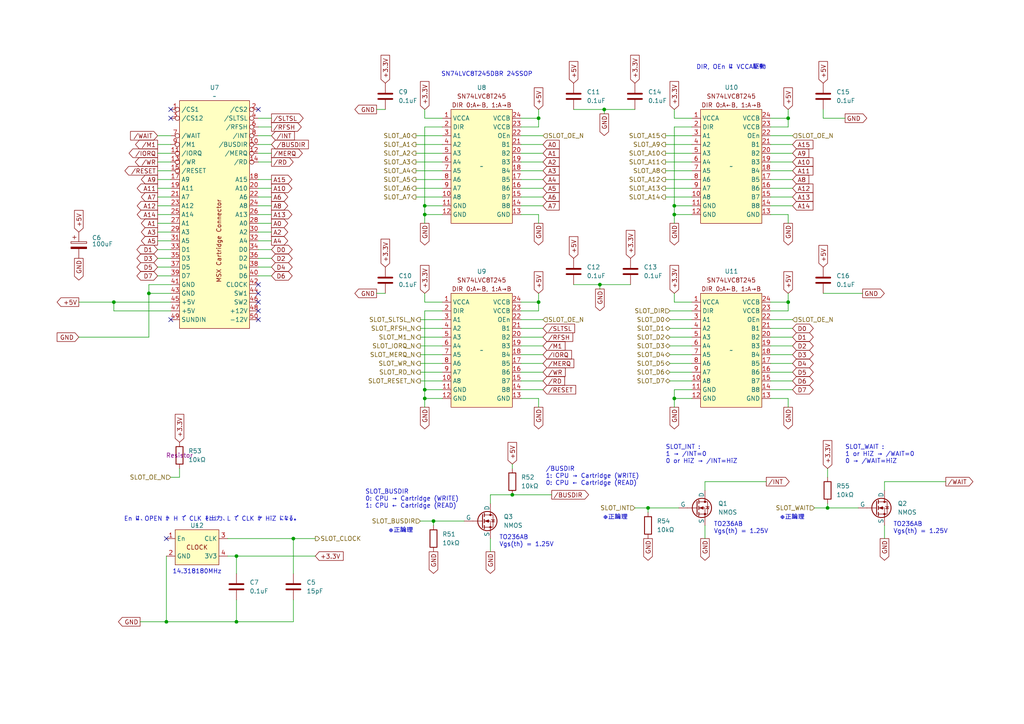
<source format=kicad_sch>
(kicad_sch (version 20250114) (generator "eeschema") (generator_version "9.0")
  (paper "A4")
  (lib_symbols
    (symbol "Device:C" (pin_numbers (hide yes)) (pin_names (offset 0.254))
      (property "Reference" "C" (at 0.635 2.54 0))
      (property "Value" "C" (at 0.635 -2.54 0))
      (symbol "C_0_1"
        (polyline (pts (xy -2.032 0.762) (xy 2.032 0.762)) (stroke (width 0.508)))
        (polyline (pts (xy -2.032 -0.762) (xy 2.032 -0.762)) (stroke (width 0.508)))
      )
      (symbol "C_1_1"
        (pin passive line (at 0 3.81 270) (length 2.794) (name "~") (number "1"))
        (pin passive line (at 0 -3.81 90) (length 2.794) (name "~") (number "2"))
      )
    )
    (symbol "Device:C_Polarized" (pin_numbers (hide yes)) (pin_names (offset 0.254))
      (property "Reference" "C" (at 0.635 2.54 0))
      (property "Value" "C_Polarized" (at 0.635 -2.54 0))
      (symbol "C_Polarized_0_1"
        (rectangle (start -2.286 0.508) (end 2.286 1.016))
        (polyline (pts (xy -1.778 2.286) (xy -0.762 2.286)))
        (polyline (pts (xy -1.27 2.794) (xy -1.27 1.778)))
        (rectangle (start 2.286 -0.508) (end -2.286 -1.016) (fill (type outline)))
      )
      (symbol "C_Polarized_1_1"
        (pin passive line (at 0 3.81 270) (length 2.794) (name "~") (number "1"))
        (pin passive line (at 0 -3.81 90) (length 2.794) (name "~") (number "2"))
      )
    )
    (symbol "Device:R" (pin_numbers (hide yes)) (pin_names (offset 0))
      (property "Reference" "R" (at 2.032 0 90))
      (property "Value" "R" (at 0 0 90))
      (symbol "R_0_1"
        (rectangle (start -1.016 -2.54) (end 1.016 2.54) (stroke (width 0.254)))
      )
      (symbol "R_1_1"
        (pin passive line (at 0 3.81 270) (length 1.27) (name "~") (number "1"))
        (pin passive line (at 0 -3.81 90) (length 1.27) (name "~") (number "2"))
      )
    )
    (symbol "My_Symbols:74LVC8T245"
      (property "Reference" "U" (at 0 0 0))
      (symbol "74LVC8T245_1_1"
        (rectangle (start -8.89 16.51) (end 8.89 -16.51) (fill (type background)))
        (text "SN74LVC8T245" (at 0 20.32 0) (effects (font (size 1.27 1.27))))
        (text "DIR 0:A←B, 1:A→B" (at 0 17.78 0) (effects (font (size 1.27 1.27))))
        (pin power_in line (at -11.43 13.97 0) (length 2.54) (name "VCCA") (number "1"))
        (pin input line (at -11.43 11.43 0) (length 2.54) (name "DIR") (number "2"))
        (pin bidirectional line (at -11.43 8.89 0) (length 2.54) (name "A1") (number "3"))
        (pin bidirectional line (at -11.43 6.35 0) (length 2.54) (name "A2") (number "4"))
        (pin bidirectional line (at -11.43 3.81 0) (length 2.54) (name "A3") (number "5"))
        (pin bidirectional line (at -11.43 1.27 0) (length 2.54) (name "A4") (number "6"))
        (pin bidirectional line (at -11.43 -1.27 0) (length 2.54) (name "A5") (number "7"))
        (pin bidirectional line (at -11.43 -3.81 0) (length 2.54) (name "A6") (number "8"))
        (pin bidirectional line (at -11.43 -6.35 0) (length 2.54) (name "A7") (number "9"))
        (pin bidirectional line (at -11.43 -8.89 0) (length 2.54) (name "A8") (number "10"))
        (pin power_in line (at -11.43 -11.43 0) (length 2.54) (name "GND") (number "11"))
        (pin power_in line (at -11.43 -13.97 0) (length 2.54) (name "GND") (number "12"))
        (pin power_in line (at 11.43 13.97 180) (length 2.54) (name "VCCB") (number "24"))
        (pin power_in line (at 11.43 11.43 180) (length 2.54) (name "VCCB") (number "23"))
        (pin bidirectional line (at 11.43 8.89 180) (length 2.54) (name "OEn") (number "22"))
        (pin bidirectional line (at 11.43 6.35 180) (length 2.54) (name "B1") (number "21"))
        (pin bidirectional line (at 11.43 3.81 180) (length 2.54) (name "B2") (number "20"))
        (pin bidirectional line (at 11.43 1.27 180) (length 2.54) (name "B3") (number "19"))
        (pin bidirectional line (at 11.43 -1.27 180) (length 2.54) (name "B4") (number "18"))
        (pin bidirectional line (at 11.43 -3.81 180) (length 2.54) (name "B5") (number "17"))
        (pin bidirectional line (at 11.43 -6.35 180) (length 2.54) (name "B6") (number "16"))
        (pin bidirectional line (at 11.43 -8.89 180) (length 2.54) (name "B7") (number "15"))
        (pin bidirectional line (at 11.43 -11.43 180) (length 2.54) (name "B8") (number "14"))
        (pin power_in line (at 11.43 -13.97 180) (length 2.54) (name "GND") (number "13"))
      )
    )
    (symbol "My_Symbols:CLOCK"
      (property "Reference" "U" (at 0 6.858 0))
      (symbol "CLOCK_1_1"
        (rectangle (start -6.35 5.08) (end 6.35 -5.08) (fill (type background)))
        (text "CLOCK" (at 0 0 0) (effects (font (size 1.27 1.27))))
        (pin input line (at -8.89 2.54 0) (length 2.54) (name "En") (number "1"))
        (pin power_in line (at -8.89 -2.54 0) (length 2.54) (name "GND") (number "2"))
        (pin output line (at 8.89 2.54 180) (length 2.54) (name "CLK") (number "3"))
        (pin power_in line (at 8.89 -2.54 180) (length 2.54) (name "3V3") (number "4"))
      )
    )
    (symbol "My_Symbols:MSX_Cartridge"
      (property "Reference" "U" (at 0 0 0))
      (symbol "MSX_Cartridge_1_1"
        (rectangle (start -11.43 21.59) (end 8.89 -44.45) (fill (type background)))
        (text "MSX Cartridge Connector" (at 0 -19.05 900) (effects (font (size 1.27 1.27))))
        (pin output inverted (at -13.97 19.05 0) (length 2.54) (name "/CS1") (number "1"))
        (pin output inverted (at -13.97 16.51 0) (length 2.54) (name "/CS12") (number "3"))
        (pin open_collector inverted (at -13.97 11.43 0) (length 2.54) (name "/WAIT") (number "7"))
        (pin output inverted (at -13.97 8.89 0) (length 2.54) (name "/M1") (number "9"))
        (pin output inverted (at -13.97 6.35 0) (length 2.54) (name "/IORQ") (number "11"))
        (pin output inverted (at -13.97 3.81 0) (length 2.54) (name "/WR") (number "13"))
        (pin output inverted (at -13.97 1.27 0) (length 2.54) (name "/RESET") (number "15"))
        (pin output line (at -13.97 -1.27 0) (length 2.54) (name "A9") (number "17"))
        (pin output line (at -13.97 -3.81 0) (length 2.54) (name "A11") (number "19"))
        (pin output line (at -13.97 -6.35 0) (length 2.54) (name "A7") (number "21"))
        (pin output line (at -13.97 -8.89 0) (length 2.54) (name "A12") (number "23"))
        (pin output line (at -13.97 -11.43 0) (length 2.54) (name "A14") (number "25"))
        (pin output line (at -13.97 -13.97 0) (length 2.54) (name "A1") (number "27"))
        (pin output line (at -13.97 -16.51 0) (length 2.54) (name "A3") (number "29"))
        (pin output line (at -13.97 -19.05 0) (length 2.54) (name "A5") (number "31"))
        (pin tri_state line (at -13.97 -21.59 0) (length 2.54) (name "D1") (number "33"))
        (pin tri_state line (at -13.97 -24.13 0) (length 2.54) (name "D3") (number "35"))
        (pin tri_state line (at -13.97 -26.67 0) (length 2.54) (name "D5") (number "37"))
        (pin tri_state line (at -13.97 -29.21 0) (length 2.54) (name "D7") (number "39"))
        (pin power_in line (at -13.97 -31.75 0) (length 2.54) (name "GND") (number "41"))
        (pin power_out line (at -13.97 -34.29 0) (length 2.54) (name "GND") (number "43"))
        (pin power_in line (at -13.97 -36.83 0) (length 2.54) (name "+5V") (number "45"))
        (pin power_out line (at -13.97 -39.37 0) (length 2.54) (name "+5V") (number "47"))
        (pin input line (at -13.97 -41.91 0) (length 2.54) (name "SUNDIN") (number "49"))
        (pin output inverted (at 11.43 19.05 180) (length 2.54) (name "/CS2") (number "2"))
        (pin output inverted (at 11.43 16.51 180) (length 2.54) (name "/SLTSL") (number "4"))
        (pin output inverted (at 11.43 13.97 180) (length 2.54) (name "/RFSH") (number "6"))
        (pin open_collector inverted (at 11.43 11.43 180) (length 2.54) (name "/INT") (number "8"))
        (pin input inverted (at 11.43 8.89 180) (length 2.54) (name "/BUSDIR") (number "10"))
        (pin output inverted (at 11.43 6.35 180) (length 2.54) (name "/MERQ") (number "12"))
        (pin output inverted (at 11.43 3.81 180) (length 2.54) (name "/RD") (number "14"))
        (pin output line (at 11.43 -1.27 180) (length 2.54) (name "A15") (number "18"))
        (pin output line (at 11.43 -3.81 180) (length 2.54) (name "A10") (number "20"))
        (pin output line (at 11.43 -6.35 180) (length 2.54) (name "A6") (number "22"))
        (pin output line (at 11.43 -8.89 180) (length 2.54) (name "A8") (number "24"))
        (pin output line (at 11.43 -11.43 180) (length 2.54) (name "A13") (number "26"))
        (pin output line (at 11.43 -13.97 180) (length 2.54) (name "A0") (number "28"))
        (pin output line (at 11.43 -16.51 180) (length 2.54) (name "A2") (number "30"))
        (pin output line (at 11.43 -19.05 180) (length 2.54) (name "A4") (number "32"))
        (pin tri_state line (at 11.43 -21.59 180) (length 2.54) (name "D0") (number "34"))
        (pin tri_state line (at 11.43 -24.13 180) (length 2.54) (name "D2") (number "36"))
        (pin tri_state line (at 11.43 -26.67 180) (length 2.54) (name "D4") (number "38"))
        (pin tri_state line (at 11.43 -29.21 180) (length 2.54) (name "D6") (number "40"))
        (pin output line (at 11.43 -31.75 180) (length 2.54) (name "CLOCK") (number "42"))
        (pin bidirectional line (at 11.43 -34.29 180) (length 2.54) (name "SW1") (number "44"))
        (pin bidirectional line (at 11.43 -36.83 180) (length 2.54) (name "SW2") (number "46"))
        (pin power_out line (at 11.43 -39.37 180) (length 2.54) (name "+12V") (number "48"))
        (pin power_out line (at 11.43 -41.91 180) (length 2.54) (name "-12V") (number "50"))
      )
    )
    (symbol "Simulation_SPICE:NMOS" (pin_numbers (hide yes)) (pin_names (offset 0))
      (property "Reference" "Q" (at 5.08 1.27 0))
      (property "Value" "NMOS" (at 5.08 -1.27 0))
      (symbol "NMOS_0_1"
        (polyline (pts (xy 0.254 1.905) (xy 0.254 -1.905)) (stroke (width 0.254)))
        (polyline (pts (xy 0.254 0) (xy -2.54 0)))
        (polyline (pts (xy 0.762 2.286) (xy 0.762 1.27)) (stroke (width 0.254)))
        (polyline (pts (xy 0.762 0.508) (xy 0.762 -0.508)) (stroke (width 0.254)))
        (polyline (pts (xy 0.762 -1.27) (xy 0.762 -2.286)) (stroke (width 0.254)))
        (polyline (pts (xy 0.762 -1.778) (xy 3.302 -1.778) (xy 3.302 1.778) (xy 0.762 1.778)))
        (polyline (pts (xy 1.016 0) (xy 2.032 0.381) (xy 2.032 -0.381) (xy 1.016 0)) (fill (type outline)))
        (circle (center 1.651 0) (radius 2.794) (stroke (width 0.254)))
        (polyline (pts (xy 2.54 2.54) (xy 2.54 1.778)))
        (circle (center 2.54 1.778) (radius 0.254) (fill (type outline)))
        (circle (center 2.54 -1.778) (radius 0.254) (fill (type outline)))
        (polyline (pts (xy 2.54 -2.54) (xy 2.54 0) (xy 0.762 0)))
        (polyline (pts (xy 2.794 0.508) (xy 2.921 0.381) (xy 3.683 0.381) (xy 3.81 0.254)))
        (polyline (pts (xy 3.302 0.381) (xy 2.921 -0.254) (xy 3.683 -0.254) (xy 3.302 0.381)))
      )
      (symbol "NMOS_1_1"
        (pin input line (at -5.08 0 0) (length 2.54) (name "G") (number "2"))
        (pin passive line (at 2.54 5.08 270) (length 2.54) (name "D") (number "1"))
        (pin passive line (at 2.54 -5.08 90) (length 2.54) (name "S") (number "3"))
      )
    )
  )
  (text "/BUSDIR\n1: CPU → Cartridge (WRITE)\n0: CPU ← Cartridge (READ)" (at 158.242 140.97 0) (effects (font (size 1.27 1.27)) (justify left bottom)))
  (text "14.318180MHz" (at 57.15 165.862 0) (effects (font (size 1.27 1.27))))
  (text "※正論理" (at 226.06 150.876 0) (effects (font (size 1.27 1.27)) (justify left bottom)))
  (text "En は、OPEN か H で CLK を出力、L で CLK が HiZ になる。" (at 61.214 150.622 0) (effects (font (size 1.27 1.27))))
  (text "DIR, OEn は VCCA駆動" (at 201.93 20.32 0) (effects (font (size 1.27 1.27)) (justify left bottom)))
  (text "TO236AB\nVgs(th) = 1.25V" (at 259.08 154.94 0) (effects (font (size 1.27 1.27)) (justify left bottom)))
  (text "※正論理" (at 174.752 150.876 0) (effects (font (size 1.27 1.27)) (justify left bottom)))
  (text "SLOT_WAIT : \n1 or HiZ → /WAIT=0\n0 → /WAIT=HiZ\n" (at 245.11 134.62 0) (effects (font (size 1.27 1.27)) (justify left bottom)))
  (text "TO236AB\nVgs(th) = 1.25V" (at 144.78 158.75 0) (effects (font (size 1.27 1.27)) (justify left bottom)))
  (text "SLOT_BUSDIR\n0: CPU → Cartridge (WRITE)\n1: CPU ← Cartridge (READ)" (at 105.918 147.574 0) (effects (font (size 1.27 1.27)) (justify left bottom)))
  (text "SLOT_INT : \n1 → /INT=0\n0 or HiZ → /INT=HiZ\n" (at 193.04 134.62 0) (effects (font (size 1.27 1.27)) (justify left bottom)))
  (text "※正論理" (at 112.522 154.686 0) (effects (font (size 1.27 1.27)) (justify left bottom)))
  (text "SN74LVC8T245DBR 24SSOP" (at 141.224 21.59 0) (effects (font (size 1.27 1.27))))
  (text "TO236AB\nVgs(th) = 1.25V" (at 207.01 154.94 0) (effects (font (size 1.27 1.27)) (justify left bottom)))
  (junction (at 175.26 31.75))
  (junction (at 48.26 180.34))
  (junction (at 195.58 115.57))
  (junction (at 156.21 34.29))
  (junction (at 43.18 85.09))
  (junction (at 173.99 82.55))
  (junction (at 125.73 151.13))
  (junction (at 33.02 87.63))
  (junction (at 240.03 147.32))
  (junction (at 123.19 59.69))
  (junction (at 123.19 62.23))
  (junction (at 195.58 59.69))
  (junction (at 156.21 87.63))
  (junction (at 123.19 115.57))
  (junction (at 123.19 113.03))
  (junction (at 195.58 62.23))
  (junction (at 187.96 147.32))
  (junction (at 228.6 87.63))
  (junction (at 228.6 34.29))
  (junction (at 68.58 161.29))
  (junction (at 85.09 156.21))
  (junction (at 68.58 180.34))
  (junction (at 148.59 143.51))
  (no_connect (at 74.93 92.71))
  (no_connect (at 49.53 31.75))
  (no_connect (at 49.53 92.71))
  (no_connect (at 49.53 34.29))
  (no_connect (at 74.93 85.09))
  (no_connect (at 74.93 87.63))
  (no_connect (at 74.93 90.17))
  (no_connect (at 74.93 82.55))
  (no_connect (at 48.26 156.21))
  (no_connect (at 74.93 31.75))
  (wire (pts (xy 200.66 87.63) (xy 195.58 87.63)))
  (wire (pts (xy 157.48 92.71) (xy 151.13 92.71)))
  (wire (pts (xy 195.58 36.83) (xy 195.58 59.69)))
  (wire (pts (xy 78.74 54.61) (xy 74.93 54.61)))
  (wire (pts (xy 229.87 57.15) (xy 223.52 57.15)))
  (wire (pts (xy 45.72 46.99) (xy 49.53 46.99)))
  (wire (pts (xy 148.59 143.51) (xy 142.24 143.51)))
  (wire (pts (xy 223.52 62.23) (xy 228.6 62.23)))
  (wire (pts (xy 228.6 36.83) (xy 228.6 34.29)))
  (wire (pts (xy 125.73 151.13) (xy 134.62 151.13)))
  (wire (pts (xy 229.87 105.41) (xy 223.52 105.41)))
  (wire (pts (xy 238.76 31.75) (xy 238.76 34.29)))
  (wire (pts (xy 68.58 161.29) (xy 66.04 161.29)))
  (wire (pts (xy 193.04 49.53) (xy 200.66 49.53)))
  (wire (pts (xy 229.87 44.45) (xy 223.52 44.45)))
  (wire (pts (xy 68.58 180.34) (xy 85.09 180.34)))
  (wire (pts (xy 109.22 31.75) (xy 111.76 31.75)))
  (wire (pts (xy 157.48 105.41) (xy 151.13 105.41)))
  (wire (pts (xy 175.26 31.75) (xy 175.26 33.02)))
  (wire (pts (xy 157.48 44.45) (xy 151.13 44.45)))
  (wire (pts (xy 204.47 156.21) (xy 204.47 152.4)))
  (wire (pts (xy 123.19 59.69) (xy 123.19 62.23)))
  (wire (pts (xy 194.31 102.87) (xy 200.66 102.87)))
  (wire (pts (xy 228.6 115.57) (xy 228.6 118.11)))
  (wire (pts (xy 128.27 87.63) (xy 123.19 87.63)))
  (wire (pts (xy 78.74 36.83) (xy 74.93 36.83)))
  (wire (pts (xy 157.48 102.87) (xy 151.13 102.87)))
  (wire (pts (xy 45.72 59.69) (xy 49.53 59.69)))
  (wire (pts (xy 229.87 46.99) (xy 223.52 46.99)))
  (wire (pts (xy 228.6 62.23) (xy 228.6 64.77)))
  (wire (pts (xy 121.92 102.87) (xy 128.27 102.87)))
  (wire (pts (xy 160.02 143.51) (xy 148.59 143.51)))
  (wire (pts (xy 78.74 72.39) (xy 74.93 72.39)))
  (wire (pts (xy 200.66 36.83) (xy 195.58 36.83)))
  (wire (pts (xy 121.92 110.49) (xy 128.27 110.49)))
  (wire (pts (xy 148.59 135.89) (xy 148.59 134.62)))
  (wire (pts (xy 78.74 34.29) (xy 74.93 34.29)))
  (wire (pts (xy 151.13 34.29) (xy 156.21 34.29)))
  (wire (pts (xy 78.74 46.99) (xy 74.93 46.99)))
  (wire (pts (xy 33.02 90.17) (xy 33.02 87.63)))
  (wire (pts (xy 250.19 85.09) (xy 238.76 85.09)))
  (wire (pts (xy 157.48 41.91) (xy 151.13 41.91)))
  (wire (pts (xy 48.26 161.29) (xy 48.26 180.34)))
  (wire (pts (xy 157.48 39.37) (xy 151.13 39.37)))
  (wire (pts (xy 228.6 87.63) (xy 228.6 85.09)))
  (wire (pts (xy 156.21 34.29) (xy 156.21 31.75)))
  (wire (pts (xy 223.52 87.63) (xy 228.6 87.63)))
  (wire (pts (xy 66.04 156.21) (xy 85.09 156.21)))
  (wire (pts (xy 256.54 156.21) (xy 256.54 152.4)))
  (wire (pts (xy 78.74 62.23) (xy 74.93 62.23)))
  (wire (pts (xy 223.52 36.83) (xy 228.6 36.83)))
  (wire (pts (xy 22.86 97.79) (xy 43.18 97.79)))
  (wire (pts (xy 157.48 59.69) (xy 151.13 59.69)))
  (wire (pts (xy 151.13 87.63) (xy 156.21 87.63)))
  (wire (pts (xy 45.72 54.61) (xy 49.53 54.61)))
  (wire (pts (xy 40.64 180.34) (xy 48.26 180.34)))
  (wire (pts (xy 157.48 100.33) (xy 151.13 100.33)))
  (wire (pts (xy 78.74 77.47) (xy 74.93 77.47)))
  (wire (pts (xy 193.04 41.91) (xy 200.66 41.91)))
  (wire (pts (xy 45.72 80.01) (xy 49.53 80.01)))
  (wire (pts (xy 229.87 95.25) (xy 223.52 95.25)))
  (wire (pts (xy 173.99 83.82) (xy 173.99 82.55)))
  (wire (pts (xy 52.07 135.89) (xy 52.07 138.43)))
  (wire (pts (xy 120.65 49.53) (xy 128.27 49.53)))
  (wire (pts (xy 195.58 115.57) (xy 195.58 118.11)))
  (wire (pts (xy 91.44 156.21) (xy 85.09 156.21)))
  (wire (pts (xy 187.96 147.32) (xy 196.85 147.32)))
  (wire (pts (xy 222.25 139.7) (xy 204.47 139.7)))
  (wire (pts (xy 229.87 52.07) (xy 223.52 52.07)))
  (wire (pts (xy 194.31 92.71) (xy 200.66 92.71)))
  (wire (pts (xy 121.92 95.25) (xy 128.27 95.25)))
  (wire (pts (xy 128.27 59.69) (xy 123.19 59.69)))
  (wire (pts (xy 120.65 39.37) (xy 128.27 39.37)))
  (wire (pts (xy 128.27 113.03) (xy 123.19 113.03)))
  (wire (pts (xy 195.58 115.57) (xy 200.66 115.57)))
  (wire (pts (xy 193.04 54.61) (xy 200.66 54.61)))
  (wire (pts (xy 274.32 139.7) (xy 256.54 139.7)))
  (wire (pts (xy 236.22 147.32) (xy 240.03 147.32)))
  (wire (pts (xy 195.58 34.29) (xy 195.58 31.75)))
  (wire (pts (xy 142.24 143.51) (xy 142.24 146.05)))
  (wire (pts (xy 120.65 41.91) (xy 128.27 41.91)))
  (wire (pts (xy 157.48 107.95) (xy 151.13 107.95)))
  (wire (pts (xy 43.18 85.09) (xy 49.53 85.09)))
  (wire (pts (xy 166.37 82.55) (xy 173.99 82.55)))
  (wire (pts (xy 49.53 138.43) (xy 52.07 138.43)))
  (wire (pts (xy 123.19 115.57) (xy 128.27 115.57)))
  (wire (pts (xy 229.87 41.91) (xy 223.52 41.91)))
  (wire (pts (xy 78.74 59.69) (xy 74.93 59.69)))
  (wire (pts (xy 229.87 39.37) (xy 223.52 39.37)))
  (wire (pts (xy 173.99 82.55) (xy 182.88 82.55)))
  (wire (pts (xy 175.26 31.75) (xy 184.15 31.75)))
  (wire (pts (xy 45.72 77.47) (xy 49.53 77.47)))
  (wire (pts (xy 45.72 52.07) (xy 49.53 52.07)))
  (wire (pts (xy 193.04 46.99) (xy 200.66 46.99)))
  (wire (pts (xy 78.74 74.93) (xy 74.93 74.93)))
  (wire (pts (xy 184.15 147.32) (xy 187.96 147.32)))
  (wire (pts (xy 120.65 57.15) (xy 128.27 57.15)))
  (wire (pts (xy 123.19 62.23) (xy 128.27 62.23)))
  (wire (pts (xy 78.74 57.15) (xy 74.93 57.15)))
  (wire (pts (xy 156.21 62.23) (xy 156.21 64.77)))
  (wire (pts (xy 193.04 57.15) (xy 200.66 57.15)))
  (wire (pts (xy 157.48 110.49) (xy 151.13 110.49)))
  (wire (pts (xy 68.58 161.29) (xy 68.58 166.37)))
  (wire (pts (xy 195.58 62.23) (xy 195.58 64.77)))
  (wire (pts (xy 229.87 102.87) (xy 223.52 102.87)))
  (wire (pts (xy 120.65 44.45) (xy 128.27 44.45)))
  (wire (pts (xy 156.21 115.57) (xy 156.21 118.11)))
  (wire (pts (xy 123.19 90.17) (xy 123.19 113.03)))
  (wire (pts (xy 195.58 62.23) (xy 200.66 62.23)))
  (wire (pts (xy 194.31 97.79) (xy 200.66 97.79)))
  (wire (pts (xy 193.04 52.07) (xy 200.66 52.07)))
  (wire (pts (xy 121.92 100.33) (xy 128.27 100.33)))
  (wire (pts (xy 194.31 95.25) (xy 200.66 95.25)))
  (wire (pts (xy 195.58 87.63) (xy 195.58 85.09)))
  (wire (pts (xy 128.27 36.83) (xy 123.19 36.83)))
  (wire (pts (xy 228.6 90.17) (xy 228.6 87.63)))
  (wire (pts (xy 121.92 92.71) (xy 128.27 92.71)))
  (wire (pts (xy 229.87 100.33) (xy 223.52 100.33)))
  (wire (pts (xy 195.58 113.03) (xy 195.58 115.57)))
  (wire (pts (xy 157.48 97.79) (xy 151.13 97.79)))
  (wire (pts (xy 223.52 34.29) (xy 228.6 34.29)))
  (wire (pts (xy 229.87 107.95) (xy 223.52 107.95)))
  (wire (pts (xy 78.74 64.77) (xy 74.93 64.77)))
  (wire (pts (xy 45.72 62.23) (xy 49.53 62.23)))
  (wire (pts (xy 45.72 64.77) (xy 49.53 64.77)))
  (wire (pts (xy 120.65 46.99) (xy 128.27 46.99)))
  (wire (pts (xy 45.72 57.15) (xy 49.53 57.15)))
  (wire (pts (xy 49.53 90.17) (xy 33.02 90.17)))
  (wire (pts (xy 78.74 67.31) (xy 74.93 67.31)))
  (wire (pts (xy 229.87 59.69) (xy 223.52 59.69)))
  (wire (pts (xy 121.92 151.13) (xy 125.73 151.13)))
  (wire (pts (xy 238.76 34.29) (xy 245.11 34.29)))
  (wire (pts (xy 78.74 41.91) (xy 74.93 41.91)))
  (wire (pts (xy 195.58 59.69) (xy 195.58 62.23)))
  (wire (pts (xy 33.02 87.63) (xy 49.53 87.63)))
  (wire (pts (xy 156.21 36.83) (xy 156.21 34.29)))
  (wire (pts (xy 151.13 62.23) (xy 156.21 62.23)))
  (wire (pts (xy 123.19 87.63) (xy 123.19 85.09)))
  (wire (pts (xy 157.48 46.99) (xy 151.13 46.99)))
  (wire (pts (xy 22.86 87.63) (xy 33.02 87.63)))
  (wire (pts (xy 43.18 82.55) (xy 43.18 85.09)))
  (wire (pts (xy 78.74 80.01) (xy 74.93 80.01)))
  (wire (pts (xy 229.87 54.61) (xy 223.52 54.61)))
  (wire (pts (xy 45.72 67.31) (xy 49.53 67.31)))
  (wire (pts (xy 109.22 85.09) (xy 111.76 85.09)))
  (wire (pts (xy 85.09 173.99) (xy 85.09 180.34)))
  (wire (pts (xy 229.87 97.79) (xy 223.52 97.79)))
  (wire (pts (xy 45.72 39.37) (xy 49.53 39.37)))
  (wire (pts (xy 223.52 115.57) (xy 228.6 115.57)))
  (wire (pts (xy 157.48 49.53) (xy 151.13 49.53)))
  (wire (pts (xy 78.74 69.85) (xy 74.93 69.85)))
  (wire (pts (xy 194.31 107.95) (xy 200.66 107.95)))
  (wire (pts (xy 121.92 107.95) (xy 128.27 107.95)))
  (wire (pts (xy 193.04 44.45) (xy 200.66 44.45)))
  (wire (pts (xy 45.72 69.85) (xy 49.53 69.85)))
  (wire (pts (xy 194.31 100.33) (xy 200.66 100.33)))
  (wire (pts (xy 200.66 90.17) (xy 194.31 90.17)))
  (wire (pts (xy 78.74 44.45) (xy 74.93 44.45)))
  (wire (pts (xy 157.48 54.61) (xy 151.13 54.61)))
  (wire (pts (xy 43.18 82.55) (xy 49.53 82.55)))
  (wire (pts (xy 240.03 147.32) (xy 240.03 146.05)))
  (wire (pts (xy 123.19 62.23) (xy 123.19 64.77)))
  (wire (pts (xy 157.48 57.15) (xy 151.13 57.15)))
  (wire (pts (xy 194.31 110.49) (xy 200.66 110.49)))
  (wire (pts (xy 157.48 52.07) (xy 151.13 52.07)))
  (wire (pts (xy 151.13 115.57) (xy 156.21 115.57)))
  (wire (pts (xy 48.26 180.34) (xy 68.58 180.34)))
  (wire (pts (xy 156.21 90.17) (xy 156.21 87.63)))
  (wire (pts (xy 128.27 34.29) (xy 123.19 34.29)))
  (wire (pts (xy 78.74 39.37) (xy 74.93 39.37)))
  (wire (pts (xy 240.03 135.89) (xy 240.03 138.43)))
  (wire (pts (xy 157.48 95.25) (xy 151.13 95.25)))
  (wire (pts (xy 200.66 59.69) (xy 195.58 59.69)))
  (wire (pts (xy 229.87 49.53) (xy 223.52 49.53)))
  (wire (pts (xy 193.04 39.37) (xy 200.66 39.37)))
  (wire (pts (xy 45.72 74.93) (xy 49.53 74.93)))
  (wire (pts (xy 125.73 151.13) (xy 125.73 152.4)))
  (wire (pts (xy 45.72 72.39) (xy 49.53 72.39)))
  (wire (pts (xy 120.65 54.61) (xy 128.27 54.61)))
  (wire (pts (xy 91.44 161.29) (xy 68.58 161.29)))
  (wire (pts (xy 128.27 90.17) (xy 123.19 90.17)))
  (wire (pts (xy 223.52 90.17) (xy 228.6 90.17)))
  (wire (pts (xy 142.24 160.02) (xy 142.24 156.21)))
  (wire (pts (xy 157.48 113.03) (xy 151.13 113.03)))
  (wire (pts (xy 85.09 156.21) (xy 85.09 166.37)))
  (wire (pts (xy 229.87 113.03) (xy 223.52 113.03)))
  (wire (pts (xy 121.92 97.79) (xy 128.27 97.79)))
  (wire (pts (xy 45.72 41.91) (xy 49.53 41.91)))
  (wire (pts (xy 256.54 139.7) (xy 256.54 142.24)))
  (wire (pts (xy 68.58 173.99) (xy 68.58 180.34)))
  (wire (pts (xy 229.87 92.71) (xy 223.52 92.71)))
  (wire (pts (xy 45.72 44.45) (xy 49.53 44.45)))
  (wire (pts (xy 123.19 36.83) (xy 123.19 59.69)))
  (wire (pts (xy 151.13 90.17) (xy 156.21 90.17)))
  (wire (pts (xy 166.37 31.75) (xy 175.26 31.75)))
  (wire (pts (xy 78.74 52.07) (xy 74.93 52.07)))
  (wire (pts (xy 228.6 34.29) (xy 228.6 31.75)))
  (wire (pts (xy 204.47 139.7) (xy 204.47 142.24)))
  (wire (pts (xy 151.13 36.83) (xy 156.21 36.83)))
  (wire (pts (xy 120.65 52.07) (xy 128.27 52.07)))
  (wire (pts (xy 45.72 49.53) (xy 49.53 49.53)))
  (wire (pts (xy 200.66 113.03) (xy 195.58 113.03)))
  (wire (pts (xy 229.87 110.49) (xy 223.52 110.49)))
  (wire (pts (xy 123.19 115.57) (xy 123.19 118.11)))
  (wire (pts (xy 156.21 87.63) (xy 156.21 85.09)))
  (wire (pts (xy 187.96 147.32) (xy 187.96 148.59)))
  (wire (pts (xy 200.66 34.29) (xy 195.58 34.29)))
  (wire (pts (xy 123.19 113.03) (xy 123.19 115.57)))
  (wire (pts (xy 43.18 85.09) (xy 43.18 97.79)))
  (wire (pts (xy 248.92 147.32) (xy 240.03 147.32)))
  (wire (pts (xy 123.19 34.29) (xy 123.19 31.75)))
  (wire (pts (xy 121.92 105.41) (xy 128.27 105.41)))
  (wire (pts (xy 194.31 105.41) (xy 200.66 105.41)))
  (global_label "D0" (shape bidirectional) (at 229.87 95.25 0) (property "Intersheetrefs" "${INTERSHEET_REFS}" (effects (hide yes))))
  (global_label "GND" (shape output) (at 187.96 156.21 270) (property "Intersheetrefs" "${INTERSHEET_REFS}" (effects (hide yes))))
  (global_label "D6" (shape bidirectional) (at 78.74 80.01 0) (property "Intersheetrefs" "${INTERSHEET_REFS}" (effects (hide yes))))
  (global_label "GND" (shape output) (at 175.26 33.02 270) (property "Intersheetrefs" "${INTERSHEET_REFS}" (effects (hide yes))))
  (global_label "A8" (shape input) (at 229.87 52.07 0) (property "Intersheetrefs" "${INTERSHEET_REFS}" (effects (hide yes))))
  (global_label "D3" (shape bidirectional) (at 229.87 102.87 0) (property "Intersheetrefs" "${INTERSHEET_REFS}" (effects (hide yes))))
  (global_label "+5V" (shape input) (at 148.59 134.62 90) (property "Intersheetrefs" "${INTERSHEET_REFS}" (effects (hide yes))))
  (global_label "GND" (shape output) (at 40.64 180.34 180) (property "Intersheetrefs" "${INTERSHEET_REFS}" (effects (hide yes))))
  (global_label "A6" (shape output) (at 78.74 57.15 0) (property "Intersheetrefs" "${INTERSHEET_REFS}" (effects (hide yes))))
  (global_label "+3.3V" (shape input) (at 91.44 161.29 0) (property "Intersheetrefs" "${INTERSHEET_REFS}" (effects (hide yes))))
  (global_label "GND" (shape output) (at 245.11 34.29 0) (property "Intersheetrefs" "${INTERSHEET_REFS}" (effects (hide yes))))
  (global_label "{slash}SLTSL" (shape input) (at 157.48 95.25 0) (property "Intersheetrefs" "${INTERSHEET_REFS}" (effects (hide yes))))
  (global_label "A9" (shape input) (at 229.87 44.45 0) (property "Intersheetrefs" "${INTERSHEET_REFS}" (effects (hide yes))))
  (global_label "+5V" (shape input) (at 22.86 67.31 90) (property "Intersheetrefs" "${INTERSHEET_REFS}" (effects (hide yes))))
  (global_label "+3.3V" (shape input) (at 195.58 85.09 90) (property "Intersheetrefs" "${INTERSHEET_REFS}" (effects (hide yes))))
  (global_label "A2" (shape output) (at 78.74 67.31 0) (property "Intersheetrefs" "${INTERSHEET_REFS}" (effects (hide yes))))
  (global_label "+3.3V" (shape input) (at 123.19 85.09 90) (property "Intersheetrefs" "${INTERSHEET_REFS}" (effects (hide yes))))
  (global_label "GND" (shape output) (at 142.24 160.02 270) (property "Intersheetrefs" "${INTERSHEET_REFS}" (effects (hide yes))))
  (global_label "{slash}WR" (shape input) (at 157.48 107.95 0) (property "Intersheetrefs" "${INTERSHEET_REFS}" (effects (hide yes))))
  (global_label "A1" (shape output) (at 45.72 64.77 180) (property "Intersheetrefs" "${INTERSHEET_REFS}" (effects (hide yes))))
  (global_label "A0" (shape output) (at 78.74 64.77 0) (property "Intersheetrefs" "${INTERSHEET_REFS}" (effects (hide yes))))
  (global_label "+5V" (shape input) (at 166.37 74.93 90) (property "Intersheetrefs" "${INTERSHEET_REFS}" (effects (hide yes))))
  (global_label "A2" (shape input) (at 157.48 46.99 0) (property "Intersheetrefs" "${INTERSHEET_REFS}" (effects (hide yes))))
  (global_label "GND" (shape output) (at 228.6 64.77 270) (property "Intersheetrefs" "${INTERSHEET_REFS}" (effects (hide yes))))
  (global_label "GND" (shape input) (at 22.86 97.79 180) (property "Intersheetrefs" "${INTERSHEET_REFS}" (effects (hide yes))))
  (global_label "A6" (shape input) (at 157.48 57.15 0) (property "Intersheetrefs" "${INTERSHEET_REFS}" (effects (hide yes))))
  (global_label "A5" (shape input) (at 157.48 54.61 0) (property "Intersheetrefs" "${INTERSHEET_REFS}" (effects (hide yes))))
  (global_label "D5" (shape bidirectional) (at 45.72 77.47 180) (property "Intersheetrefs" "${INTERSHEET_REFS}" (effects (hide yes))))
  (global_label "{slash}RFSH" (shape output) (at 78.74 36.83 0) (property "Intersheetrefs" "${INTERSHEET_REFS}" (effects (hide yes))))
  (global_label "+5V" (shape output) (at 22.86 87.63 180) (property "Intersheetrefs" "${INTERSHEET_REFS}" (effects (hide yes))))
  (global_label "+3.3V" (shape input) (at 123.19 31.75 90) (property "Intersheetrefs" "${INTERSHEET_REFS}" (effects (hide yes))))
  (global_label "A5" (shape output) (at 45.72 69.85 180) (property "Intersheetrefs" "${INTERSHEET_REFS}" (effects (hide yes))))
  (global_label "D6" (shape bidirectional) (at 229.87 110.49 0) (property "Intersheetrefs" "${INTERSHEET_REFS}" (effects (hide yes))))
  (global_label "A12" (shape input) (at 229.87 54.61 0) (property "Intersheetrefs" "${INTERSHEET_REFS}" (effects (hide yes))))
  (global_label "D1" (shape bidirectional) (at 45.72 72.39 180) (property "Intersheetrefs" "${INTERSHEET_REFS}" (effects (hide yes))))
  (global_label "{slash}WAIT" (shape input) (at 45.72 39.37 180) (property "Intersheetrefs" "${INTERSHEET_REFS}" (effects (hide yes))))
  (global_label "+5V" (shape input) (at 156.21 85.09 90) (property "Intersheetrefs" "${INTERSHEET_REFS}" (effects (hide yes))))
  (global_label "D5" (shape bidirectional) (at 229.87 107.95 0) (property "Intersheetrefs" "${INTERSHEET_REFS}" (effects (hide yes))))
  (global_label "{slash}RESET" (shape output) (at 45.72 49.53 180) (property "Intersheetrefs" "${INTERSHEET_REFS}" (effects (hide yes))))
  (global_label "D4" (shape bidirectional) (at 78.74 77.47 0) (property "Intersheetrefs" "${INTERSHEET_REFS}" (effects (hide yes))))
  (global_label "A3" (shape output) (at 45.72 67.31 180) (property "Intersheetrefs" "${INTERSHEET_REFS}" (effects (hide yes))))
  (global_label "+3.3V" (shape input) (at 52.07 128.27 90) (property "Intersheetrefs" "${INTERSHEET_REFS}" (effects (hide yes))))
  (global_label "{slash}MERQ" (shape output) (at 78.74 44.45 0) (property "Intersheetrefs" "${INTERSHEET_REFS}" (effects (hide yes))))
  (global_label "GND" (shape output) (at 123.19 64.77 270) (property "Intersheetrefs" "${INTERSHEET_REFS}" (effects (hide yes))))
  (global_label "D3" (shape bidirectional) (at 45.72 74.93 180) (property "Intersheetrefs" "${INTERSHEET_REFS}" (effects (hide yes))))
  (global_label "A4" (shape output) (at 78.74 69.85 0) (property "Intersheetrefs" "${INTERSHEET_REFS}" (effects (hide yes))))
  (global_label "{slash}RD" (shape input) (at 157.48 110.49 0) (property "Intersheetrefs" "${INTERSHEET_REFS}" (effects (hide yes))))
  (global_label "A8" (shape output) (at 78.74 59.69 0) (property "Intersheetrefs" "${INTERSHEET_REFS}" (effects (hide yes))))
  (global_label "{slash}BUSDIR" (shape input) (at 78.74 41.91 0) (property "Intersheetrefs" "${INTERSHEET_REFS}" (effects (hide yes))))
  (global_label "GND" (shape output) (at 156.21 64.77 270) (property "Intersheetrefs" "${INTERSHEET_REFS}" (effects (hide yes))))
  (global_label "A9" (shape output) (at 45.72 52.07 180) (property "Intersheetrefs" "${INTERSHEET_REFS}" (effects (hide yes))))
  (global_label "D1" (shape bidirectional) (at 229.87 97.79 0) (property "Intersheetrefs" "${INTERSHEET_REFS}" (effects (hide yes))))
  (global_label "A13" (shape output) (at 78.74 62.23 0) (property "Intersheetrefs" "${INTERSHEET_REFS}" (effects (hide yes))))
  (global_label "D7" (shape bidirectional) (at 45.72 80.01 180) (property "Intersheetrefs" "${INTERSHEET_REFS}" (effects (hide yes))))
  (global_label "A0" (shape input) (at 157.48 41.91 0) (property "Intersheetrefs" "${INTERSHEET_REFS}" (effects (hide yes))))
  (global_label "A14" (shape output) (at 45.72 62.23 180) (property "Intersheetrefs" "${INTERSHEET_REFS}" (effects (hide yes))))
  (global_label "+3.3V" (shape input) (at 240.03 135.89 90) (property "Intersheetrefs" "${INTERSHEET_REFS}" (effects (hide yes))))
  (global_label "GND" (shape output) (at 228.6 118.11 270) (property "Intersheetrefs" "${INTERSHEET_REFS}" (effects (hide yes))))
  (global_label "A13" (shape input) (at 229.87 57.15 0) (property "Intersheetrefs" "${INTERSHEET_REFS}" (effects (hide yes))))
  (global_label "+5V" (shape input) (at 238.76 24.13 90) (property "Intersheetrefs" "${INTERSHEET_REFS}" (effects (hide yes))))
  (global_label "D2" (shape bidirectional) (at 229.87 100.33 0) (property "Intersheetrefs" "${INTERSHEET_REFS}" (effects (hide yes))))
  (global_label "{slash}WR" (shape output) (at 45.72 46.99 180) (property "Intersheetrefs" "${INTERSHEET_REFS}" (effects (hide yes))))
  (global_label "A3" (shape input) (at 157.48 49.53 0) (property "Intersheetrefs" "${INTERSHEET_REFS}" (effects (hide yes))))
  (global_label "+5V" (shape input) (at 228.6 85.09 90) (property "Intersheetrefs" "${INTERSHEET_REFS}" (effects (hide yes))))
  (global_label "{slash}RD" (shape output) (at 78.74 46.99 0) (property "Intersheetrefs" "${INTERSHEET_REFS}" (effects (hide yes))))
  (global_label "+3.3V" (shape input) (at 111.76 24.13 90) (property "Intersheetrefs" "${INTERSHEET_REFS}" (effects (hide yes))))
  (global_label "{slash}MERQ" (shape input) (at 157.48 105.41 0) (property "Intersheetrefs" "${INTERSHEET_REFS}" (effects (hide yes))))
  (global_label "{slash}RFSH" (shape input) (at 157.48 97.79 0) (property "Intersheetrefs" "${INTERSHEET_REFS}" (effects (hide yes))))
  (global_label "GND" (shape output) (at 156.21 118.11 270) (property "Intersheetrefs" "${INTERSHEET_REFS}" (effects (hide yes))))
  (global_label "GND" (shape output) (at 109.22 31.75 180) (property "Intersheetrefs" "${INTERSHEET_REFS}" (effects (hide yes))))
  (global_label "GND" (shape output) (at 250.19 85.09 0) (property "Intersheetrefs" "${INTERSHEET_REFS}" (effects (hide yes))))
  (global_label "+5V" (shape input) (at 238.76 77.47 90) (property "Intersheetrefs" "${INTERSHEET_REFS}" (effects (hide yes))))
  (global_label "{slash}IORQ" (shape output) (at 45.72 44.45 180) (property "Intersheetrefs" "${INTERSHEET_REFS}" (effects (hide yes))))
  (global_label "GND" (shape output) (at 22.86 74.93 270) (property "Intersheetrefs" "${INTERSHEET_REFS}" (effects (hide yes))))
  (global_label "GND" (shape output) (at 195.58 118.11 270) (property "Intersheetrefs" "${INTERSHEET_REFS}" (effects (hide yes))))
  (global_label "+5V" (shape input) (at 228.6 31.75 90) (property "Intersheetrefs" "${INTERSHEET_REFS}" (effects (hide yes))))
  (global_label "{slash}INT" (shape output) (at 222.25 139.7 0) (property "Intersheetrefs" "${INTERSHEET_REFS}" (effects (hide yes))))
  (global_label "A11" (shape input) (at 229.87 49.53 0) (property "Intersheetrefs" "${INTERSHEET_REFS}" (effects (hide yes))))
  (global_label "A1" (shape input) (at 157.48 44.45 0) (property "Intersheetrefs" "${INTERSHEET_REFS}" (effects (hide yes))))
  (global_label "GND" (shape output) (at 256.54 156.21 270) (property "Intersheetrefs" "${INTERSHEET_REFS}" (effects (hide yes))))
  (global_label "D2" (shape bidirectional) (at 78.74 74.93 0) (property "Intersheetrefs" "${INTERSHEET_REFS}" (effects (hide yes))))
  (global_label "+3.3V" (shape input) (at 111.76 77.47 90) (property "Intersheetrefs" "${INTERSHEET_REFS}" (effects (hide yes))))
  (global_label "D0" (shape bidirectional) (at 78.74 72.39 0) (property "Intersheetrefs" "${INTERSHEET_REFS}" (effects (hide yes))))
  (global_label "+3.3V" (shape input) (at 182.88 74.93 90) (property "Intersheetrefs" "${INTERSHEET_REFS}" (effects (hide yes))))
  (global_label "GND" (shape output) (at 195.58 64.77 270) (property "Intersheetrefs" "${INTERSHEET_REFS}" (effects (hide yes))))
  (global_label "GND" (shape output) (at 173.99 83.82 270) (property "Intersheetrefs" "${INTERSHEET_REFS}" (effects (hide yes))))
  (global_label "A7" (shape output) (at 45.72 57.15 180) (property "Intersheetrefs" "${INTERSHEET_REFS}" (effects (hide yes))))
  (global_label "A11" (shape output) (at 45.72 54.61 180) (property "Intersheetrefs" "${INTERSHEET_REFS}" (effects (hide yes))))
  (global_label "+5V" (shape input) (at 166.37 24.13 90) (property "Intersheetrefs" "${INTERSHEET_REFS}" (effects (hide yes))))
  (global_label "+5V" (shape input) (at 156.21 31.75 90) (property "Intersheetrefs" "${INTERSHEET_REFS}" (effects (hide yes))))
  (global_label "GND" (shape output) (at 123.19 118.11 270) (property "Intersheetrefs" "${INTERSHEET_REFS}" (effects (hide yes))))
  (global_label "GND" (shape output) (at 109.22 85.09 180) (property "Intersheetrefs" "${INTERSHEET_REFS}" (effects (hide yes))))
  (global_label "{slash}WAIT" (shape output) (at 274.32 139.7 0) (property "Intersheetrefs" "${INTERSHEET_REFS}" (effects (hide yes))))
  (global_label "A10" (shape output) (at 78.74 54.61 0) (property "Intersheetrefs" "${INTERSHEET_REFS}" (effects (hide yes))))
  (global_label "D7" (shape bidirectional) (at 229.87 113.03 0) (property "Intersheetrefs" "${INTERSHEET_REFS}" (effects (hide yes))))
  (global_label "D4" (shape bidirectional) (at 229.87 105.41 0) (property "Intersheetrefs" "${INTERSHEET_REFS}" (effects (hide yes))))
  (global_label "{slash}M1" (shape output) (at 45.72 41.91 180) (property "Intersheetrefs" "${INTERSHEET_REFS}" (effects (hide yes))))
  (global_label "{slash}SLTSL" (shape output) (at 78.74 34.29 0) (property "Intersheetrefs" "${INTERSHEET_REFS}" (effects (hide yes))))
  (global_label "A10" (shape input) (at 229.87 46.99 0) (property "Intersheetrefs" "${INTERSHEET_REFS}" (effects (hide yes))))
  (global_label "A12" (shape output) (at 45.72 59.69 180) (property "Intersheetrefs" "${INTERSHEET_REFS}" (effects (hide yes))))
  (global_label "A15" (shape output) (at 78.74 52.07 0) (property "Intersheetrefs" "${INTERSHEET_REFS}" (effects (hide yes))))
  (global_label "{slash}INT" (shape input) (at 78.74 39.37 0) (property "Intersheetrefs" "${INTERSHEET_REFS}" (effects (hide yes))))
  (global_label "A4" (shape input) (at 157.48 52.07 0) (property "Intersheetrefs" "${INTERSHEET_REFS}" (effects (hide yes))))
  (global_label "+3.3V" (shape input) (at 195.58 31.75 90) (property "Intersheetrefs" "${INTERSHEET_REFS}" (effects (hide yes))))
  (global_label "+3.3V" (shape input) (at 184.15 24.13 90) (property "Intersheetrefs" "${INTERSHEET_REFS}" (effects (hide yes))))
  (global_label "A15" (shape input) (at 229.87 41.91 0) (property "Intersheetrefs" "${INTERSHEET_REFS}" (effects (hide yes))))
  (global_label "{slash}RESET" (shape input) (at 157.48 113.03 0) (property "Intersheetrefs" "${INTERSHEET_REFS}" (effects (hide yes))))
  (global_label "GND" (shape output) (at 204.47 156.21 270) (property "Intersheetrefs" "${INTERSHEET_REFS}" (effects (hide yes))))
  (global_label "A14" (shape input) (at 229.87 59.69 0) (property "Intersheetrefs" "${INTERSHEET_REFS}" (effects (hide yes))))
  (global_label "A7" (shape input) (at 157.48 59.69 0) (property "Intersheetrefs" "${INTERSHEET_REFS}" (effects (hide yes))))
  (global_label "{slash}BUSDIR" (shape output) (at 160.02 143.51 0) (property "Intersheetrefs" "${INTERSHEET_REFS}" (effects (hide yes))))
  (global_label "{slash}M1" (shape input) (at 157.48 100.33 0) (property "Intersheetrefs" "${INTERSHEET_REFS}" (effects (hide yes))))
  (global_label "{slash}IORQ" (shape input) (at 157.48 102.87 0) (property "Intersheetrefs" "${INTERSHEET_REFS}" (effects (hide yes))))
  (global_label "GND" (shape output) (at 125.73 160.02 270) (property "Intersheetrefs" "${INTERSHEET_REFS}" (effects (hide yes))))
  (hierarchical_label "SLOT_OE_N" (shape input) (at 229.87 92.71 0))
  (hierarchical_label "SLOT_D6" (shape bidirectional) (at 194.31 107.95 180))
  (hierarchical_label "SLOT_A7" (shape output) (at 120.65 57.15 180))
  (hierarchical_label "SLOT_RFSH_N" (shape output) (at 121.92 95.25 180))
  (hierarchical_label "SLOT_A14" (shape output) (at 193.04 57.15 180))
  (hierarchical_label "SLOT_D3" (shape bidirectional) (at 194.31 100.33 180))
  (hierarchical_label "SLOT_SLTSL_N" (shape output) (at 121.92 92.71 180))
  (hierarchical_label "SLOT_IORQ_N" (shape output) (at 121.92 100.33 180))
  (hierarchical_label "SLOT_A12" (shape output) (at 193.04 52.07 180))
  (hierarchical_label "SLOT_D7" (shape bidirectional) (at 194.31 110.49 180))
  (hierarchical_label "SLOT_DIR" (shape input) (at 194.31 90.17 180))
  (hierarchical_label "SLOT_D2" (shape bidirectional) (at 194.31 97.79 180))
  (hierarchical_label "SLOT_OE_N" (shape input) (at 157.48 39.37 0))
  (hierarchical_label "SLOT_RESET_N" (shape output) (at 121.92 110.49 180))
  (hierarchical_label "SLOT_A1" (shape output) (at 120.65 41.91 180))
  (hierarchical_label "SLOT_A13" (shape output) (at 193.04 54.61 180))
  (hierarchical_label "SLOT_A8" (shape output) (at 193.04 49.53 180))
  (hierarchical_label "SLOT_M1_N" (shape output) (at 121.92 97.79 180))
  (hierarchical_label "SLOT_A3" (shape output) (at 120.65 46.99 180))
  (hierarchical_label "SLOT_MERQ_N" (shape output) (at 121.92 102.87 180))
  (hierarchical_label "SLOT_A2" (shape output) (at 120.65 44.45 180))
  (hierarchical_label "SLOT_D5" (shape bidirectional) (at 194.31 105.41 180))
  (hierarchical_label "SLOT_A11" (shape output) (at 193.04 46.99 180))
  (hierarchical_label "SLOT_D1" (shape bidirectional) (at 194.31 95.25 180))
  (hierarchical_label "SLOT_OE_N" (shape input) (at 49.53 138.43 180))
  (hierarchical_label "SLOT_OE_N" (shape input) (at 157.48 92.71 0))
  (hierarchical_label "SLOT_A6" (shape output) (at 120.65 54.61 180))
  (hierarchical_label "SLOT_CLOCK" (shape output) (at 91.44 156.21 0))
  (hierarchical_label "SLOT_A15" (shape output) (at 193.04 39.37 180))
  (hierarchical_label "SLOT_A9" (shape output) (at 193.04 41.91 180))
  (hierarchical_label "SLOT_OE_N" (shape input) (at 229.87 39.37 0))
  (hierarchical_label "SLOT_D0" (shape bidirectional) (at 194.31 92.71 180))
  (hierarchical_label "SLOT_WAIT" (shape input) (at 236.22 147.32 180))
  (hierarchical_label "SLOT_WR_N" (shape output) (at 121.92 105.41 180))
  (hierarchical_label "SLOT_A5" (shape output) (at 120.65 52.07 180))
  (hierarchical_label "SLOT_A10" (shape output) (at 193.04 44.45 180))
  (hierarchical_label "SLOT_BUSDIR" (shape input) (at 121.92 151.13 180))
  (hierarchical_label "SLOT_RD_N" (shape output) (at 121.92 107.95 180))
  (hierarchical_label "SLOT_A4" (shape output) (at 120.65 49.53 180))
  (hierarchical_label "SLOT_A0" (shape output) (at 120.65 39.37 180))
  (hierarchical_label "SLOT_INT" (shape input) (at 184.15 147.32 180))
  (hierarchical_label "SLOT_D4" (shape bidirectional) (at 194.31 102.87 180))
  (symbol (lib_id "My_Symbols:74LVC8T245") (at 139.7 101.6 0) (unit 1)
    (property "Reference" "U9" (at 139.7 78.74 0))
    (property "Value" "~" (at 139.7 101.6 0))
    (property "Footprint" "Package_SO:SSOP-24_5.3x8.2mm_P0.65mm" (effects (hide yes)))
  )
  (symbol (lib_id "Device:C") (at 238.76 27.94 0) (unit 1)
    (property "Reference" "C15" (at 242.57 26.67 0) (effects (justify left)))
    (property "Value" "0.1uF" (at 242.57 29.21 0) (effects (justify left)))
    (property "Footprint" "Capacitor_SMD:C_0805_2012Metric_Pad1.18x1.45mm_HandSolder" (effects (hide yes)))
  )
  (symbol (lib_id "Device:R") (at 148.59 139.7 0) (unit 1)
    (property "Reference" "R52" (at 151.13 138.43 0) (effects (justify left)))
    (property "Value" "10kΩ" (at 151.13 140.97 0) (effects (justify left)))
    (property "Footprint" "Resistor_SMD:R_0805_2012Metric_Pad1.20x1.40mm_HandSolder" (effects (hide yes)))
  )
  (symbol (lib_id "Device:C") (at 85.09 170.18 0) (unit 1)
    (property "Reference" "C5" (at 88.9 168.9099 0) (effects (justify left)))
    (property "Value" "15pF" (at 88.9 171.4499 0) (effects (justify left)))
    (property "Footprint" "Capacitor_SMD:C_0805_2012Metric_Pad1.18x1.45mm_HandSolder" (effects (hide yes)))
  )
  (symbol (lib_id "Simulation_SPICE:NMOS") (at 201.93 147.32 0) (unit 1)
    (property "Reference" "Q1" (at 208.28 146.0499 0) (effects (justify left)))
    (property "Value" "NMOS" (at 208.28 148.5899 0) (effects (justify left)))
    (property "Footprint" "0-My_Parts:MOSFET(SMD)" (effects (hide yes)))
    (property "Datasheet" "https://ngspice.sourceforge.io/docs/ngspice-html-manual/manual.xhtml#cha_MOSFETs" (effects (hide yes)))
    (property "Description" "N-MOSFET transistor, drain/source/gate" (effects (hide yes)))
    (property "Sim.Device" "NMOS" (effects (hide yes)))
    (property "Sim.Type" "VDMOS" (effects (hide yes)))
    (property "Sim.Pins" "1=D 2=G 3=S" (effects (hide yes)))
  )
  (symbol (lib_id "Simulation_SPICE:NMOS") (at 139.7 151.13 0) (unit 1)
    (property "Reference" "Q3" (at 146.05 149.8599 0) (effects (justify left)))
    (property "Value" "NMOS" (at 146.05 152.3999 0) (effects (justify left)))
    (property "Footprint" "0-My_Parts:MOSFET(SMD)" (effects (hide yes)))
    (property "Datasheet" "https://ngspice.sourceforge.io/docs/ngspice-html-manual/manual.xhtml#cha_MOSFETs" (effects (hide yes)))
    (property "Description" "N-MOSFET transistor, drain/source/gate" (effects (hide yes)))
    (property "Sim.Device" "NMOS" (effects (hide yes)))
    (property "Sim.Type" "VDMOS" (effects (hide yes)))
    (property "Sim.Pins" "1=D 2=G 3=S" (effects (hide yes)))
  )
  (symbol (lib_id "Device:C_Polarized") (at 22.86 71.12 0) (unit 1)
    (property "Reference" "C6" (at 26.67 68.961 0) (effects (justify left)))
    (property "Value" "100uF" (at 26.67 71.501 0) (effects (justify left bottom)))
    (property "Footprint" "Capacitor_THT:CP_Radial_D5.0mm_P2.50mm" (effects (hide yes)))
  )
  (symbol (lib_id "Device:C") (at 111.76 81.28 0) (unit 1)
    (property "Reference" "C10" (at 115.57 80.01 0) (effects (justify left)))
    (property "Value" "0.1uF" (at 115.57 82.55 0) (effects (justify left)))
    (property "Footprint" "Capacitor_SMD:C_0805_2012Metric_Pad1.18x1.45mm_HandSolder" (effects (hide yes)))
  )
  (symbol (lib_id "Device:C") (at 166.37 78.74 0) (unit 1)
    (property "Reference" "C12" (at 170.18 77.47 0) (effects (justify left)))
    (property "Value" "0.1uF" (at 170.18 80.01 0) (effects (justify left)))
    (property "Footprint" "Capacitor_SMD:C_0805_2012Metric_Pad1.18x1.45mm_HandSolder" (effects (hide yes)))
  )
  (symbol (lib_id "Device:R") (at 52.07 132.08 0) (unit 1)
    (property "Reference" "R53" (at 54.61 130.81 0) (effects (justify left)))
    (property "Value" "10kΩ" (at 54.61 133.35 0) (effects (justify left)))
    (property "Footprint" "Resistor_SMD:R_0805_2012Metric_Pad1.20x1.40mm_HandSolder" (effects (hide yes)))
    (property "Description" "Resistor" (at 52.07 132.08 0))
  )
  (symbol (lib_id "Device:R") (at 125.73 156.21 0) (unit 1)
    (property "Reference" "R51" (at 128.27 154.94 0) (effects (justify left)))
    (property "Value" "10kΩ" (at 128.27 157.48 0) (effects (justify left)))
    (property "Footprint" "Resistor_SMD:R_0805_2012Metric_Pad1.20x1.40mm_HandSolder" (effects (hide yes)))
  )
  (symbol (lib_id "Device:C") (at 111.76 27.94 0) (unit 1)
    (property "Reference" "C9" (at 115.57 26.67 0) (effects (justify left)))
    (property "Value" "0.1uF" (at 115.57 29.21 0) (effects (justify left)))
    (property "Footprint" "Capacitor_SMD:C_0805_2012Metric_Pad1.18x1.45mm_HandSolder" (effects (hide yes)))
  )
  (symbol (lib_id "Device:C") (at 184.15 27.94 0) (unit 1)
    (property "Reference" "C14" (at 187.96 26.67 0) (effects (justify left)))
    (property "Value" "0.1uF" (at 187.96 29.21 0) (effects (justify left)))
    (property "Footprint" "Capacitor_SMD:C_0805_2012Metric_Pad1.18x1.45mm_HandSolder" (effects (hide yes)))
  )
  (symbol (lib_id "Device:R") (at 187.96 152.4 0) (unit 1)
    (property "Reference" "R54" (at 190.5 151.13 0) (effects (justify left)))
    (property "Value" "10kΩ" (at 190.5 153.67 0) (effects (justify left)))
    (property "Footprint" "Resistor_SMD:R_0805_2012Metric_Pad1.20x1.40mm_HandSolder" (effects (hide yes)))
  )
  (symbol (lib_id "My_Symbols:74LVC8T245") (at 212.09 48.26 0) (unit 1)
    (property "Reference" "U10" (at 212.1556 25.3475 0))
    (property "Value" "~" (at 212.09 48.26 0))
    (property "Footprint" "Package_SO:SSOP-24_5.3x8.2mm_P0.65mm" (effects (hide yes)))
  )
  (symbol (lib_id "Device:R") (at 240.03 142.24 0) (unit 1)
    (property "Reference" "R55" (at 242.57 140.97 0) (effects (justify left)))
    (property "Value" "10kΩ" (at 242.57 143.51 0) (effects (justify left)))
    (property "Footprint" "Resistor_SMD:R_0805_2012Metric_Pad1.20x1.40mm_HandSolder" (effects (hide yes)))
  )
  (symbol (lib_id "My_Symbols:CLOCK") (at 57.15 158.75 0) (unit 1)
    (property "Reference" "U12" (at 57.15 152.4 0))
    (property "Value" "~" (at 57.15 152.4 0))
    (property "Footprint" "0-My_Parts:CLOCK" (effects (hide yes)))
  )
  (symbol (lib_id "Simulation_SPICE:NMOS") (at 254 147.32 0) (unit 1)
    (property "Reference" "Q2" (at 260.35 146.05 0) (effects (justify left)))
    (property "Value" "NMOS" (at 260.35 148.59 0) (effects (justify left)))
    (property "Footprint" "0-My_Parts:MOSFET(SMD)" (effects (hide yes)))
    (property "Datasheet" "https://ngspice.sourceforge.io/docs/ngspice-html-manual/manual.xhtml#cha_MOSFETs" (effects (hide yes)))
    (property "Description" "N-MOSFET transistor, drain/source/gate" (effects (hide yes)))
    (property "Sim.Device" "NMOS" (effects (hide yes)))
    (property "Sim.Type" "VDMOS" (effects (hide yes)))
    (property "Sim.Pins" "1=D 2=G 3=S" (effects (hide yes)))
  )
  (symbol (lib_id "Device:C") (at 238.76 81.28 0) (unit 1)
    (property "Reference" "C16" (at 242.57 80.01 0) (effects (justify left)))
    (property "Value" "0.1uF" (at 242.57 82.55 0) (effects (justify left)))
    (property "Footprint" "Capacitor_SMD:C_0805_2012Metric_Pad1.18x1.45mm_HandSolder" (effects (hide yes)))
  )
  (symbol (lib_id "Device:C") (at 68.58 170.18 0) (unit 1)
    (property "Reference" "C7" (at 72.39 168.9099 0) (effects (justify left)))
    (property "Value" "0.1uF" (at 72.39 171.4499 0) (effects (justify left)))
    (property "Footprint" "Capacitor_SMD:C_0805_2012Metric_Pad1.18x1.45mm_HandSolder" (effects (hide yes)))
  )
  (symbol (lib_id "Device:C") (at 166.37 27.94 0) (unit 1)
    (property "Reference" "C11" (at 170.18 26.67 0) (effects (justify left)))
    (property "Value" "0.1uF" (at 170.18 29.21 0) (effects (justify left)))
    (property "Footprint" "Capacitor_SMD:C_0805_2012Metric_Pad1.18x1.45mm_HandSolder" (effects (hide yes)))
  )
  (symbol (lib_id "My_Symbols:74LVC8T245") (at 212.09 101.6 0) (unit 1)
    (property "Reference" "U11" (at 212.1556 78.6875 0))
    (property "Value" "~" (at 212.09 101.6 0))
    (property "Footprint" "Package_SO:SSOP-24_5.3x8.2mm_P0.65mm" (effects (hide yes)))
  )
  (symbol (lib_id "Device:C") (at 182.88 78.74 0) (unit 1)
    (property "Reference" "C13" (at 186.69 77.47 0) (effects (justify left)))
    (property "Value" "0.1uF" (at 186.69 80.01 0) (effects (justify left)))
    (property "Footprint" "Capacitor_SMD:C_0805_2012Metric_Pad1.18x1.45mm_HandSolder" (effects (hide yes)))
  )
  (symbol (lib_id "My_Symbols:74LVC8T245") (at 139.7 48.26 0) (unit 1)
    (property "Reference" "U8" (at 139.7 25.4 0))
    (property "Value" "~" (at 139.7 48.26 0))
    (property "Footprint" "Package_SO:SSOP-24_5.3x8.2mm_P0.65mm" (effects (hide yes)))
  )
  (symbol (lib_id "My_Symbols:MSX_Cartridge") (at 63.5 50.8 0) (unit 1)
    (property "Reference" "U7" (at 62.23 25.4 0))
    (property "Value" "~" (at 62.23 27.94 0))
    (property "Footprint" "0-My_Parts:MSX Cartridge_2" (effects (hide yes)))
  )
)
</source>
